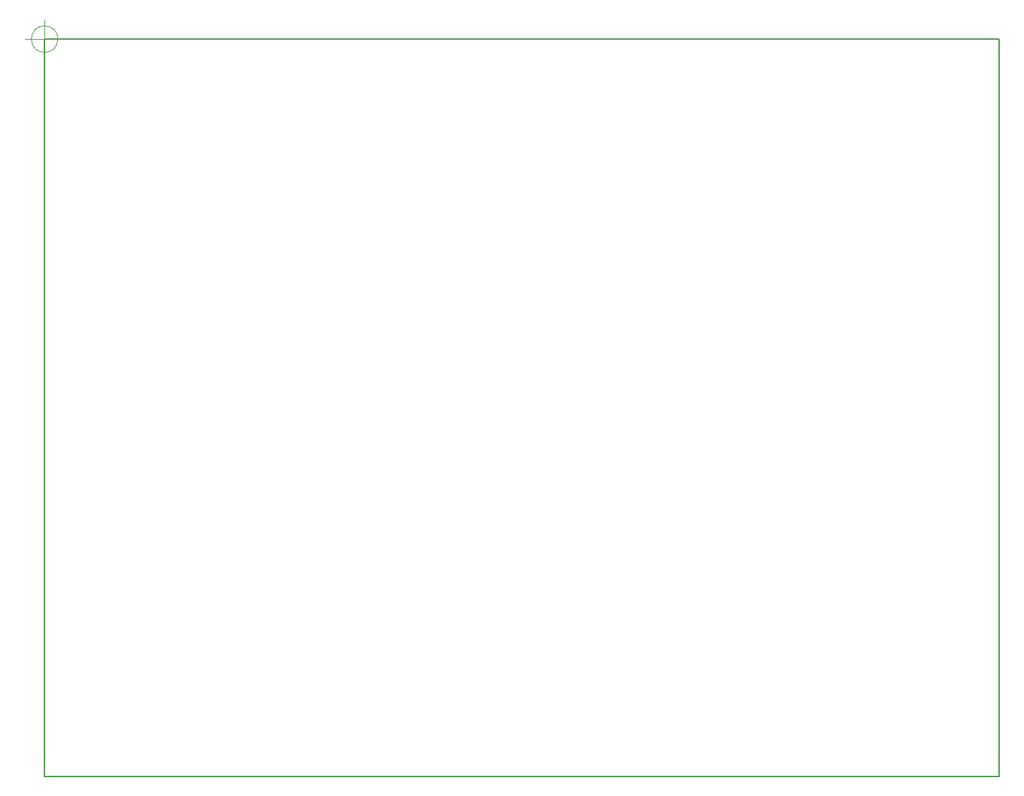
<source format=gbr>
%TF.GenerationSoftware,KiCad,Pcbnew,7.0.8*%
%TF.CreationDate,2024-05-21T16:54:11+02:00*%
%TF.ProjectId,IssaScope_v0.2,49737361-5363-46f7-9065-5f76302e322e,rev?*%
%TF.SameCoordinates,Original*%
%TF.FileFunction,Profile,NP*%
%FSLAX46Y46*%
G04 Gerber Fmt 4.6, Leading zero omitted, Abs format (unit mm)*
G04 Created by KiCad (PCBNEW 7.0.8) date 2024-05-21 16:54:11*
%MOMM*%
%LPD*%
G01*
G04 APERTURE LIST*
%TA.AperFunction,Profile*%
%ADD10C,0.200000*%
%TD*%
%TA.AperFunction,Profile*%
%ADD11C,0.100000*%
%TD*%
G04 APERTURE END LIST*
D10*
X75025000Y-50050000D02*
X195025000Y-50050000D01*
X195025000Y-142800000D01*
X75025000Y-142800000D01*
X75025000Y-50050000D01*
D11*
X195025000Y-50050000D02*
X195025000Y-130050000D01*
X75025000Y-130050000D02*
X75025000Y-50050000D01*
X75025000Y-50050000D02*
X195025000Y-50050000D01*
X76691666Y-50050000D02*
G75*
G03*
X76691666Y-50050000I-1666666J0D01*
G01*
X72525000Y-50050000D02*
X77525000Y-50050000D01*
X75025000Y-47550000D02*
X75025000Y-52550000D01*
M02*

</source>
